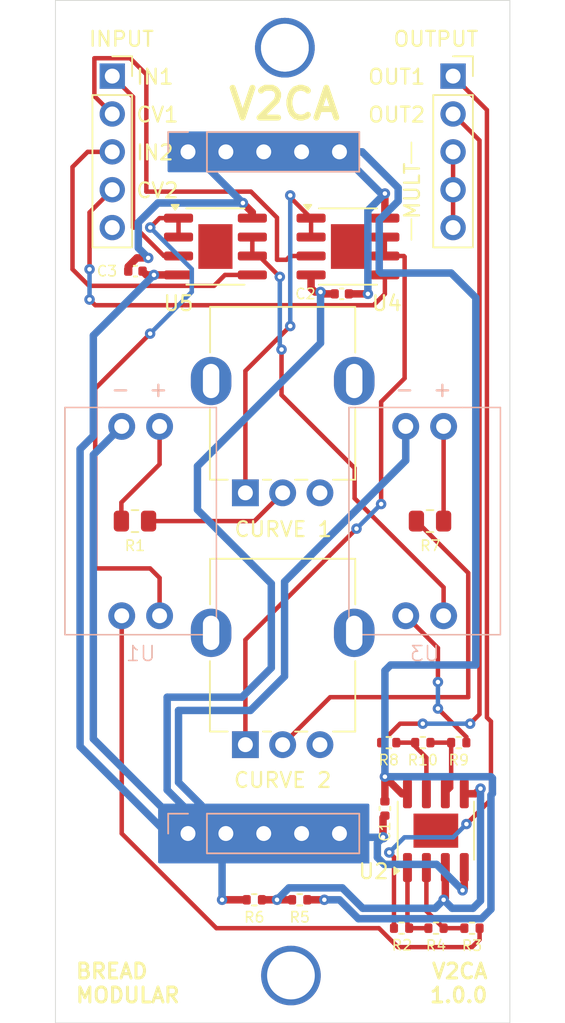
<source format=kicad_pcb>
(kicad_pcb (version 20240108) (generator "pcbnew") (generator_version "8.0")
  (layers (0 "F.Cu" signal) (31 "B.Cu" signal) (34 "B.Paste" user) (35 "F.Paste" user) (36 "B.SilkS" user "B.Silkscreen") (37 "F.SilkS" user "F.Silkscreen") (38 "B.Mask" user) (39 "F.Mask" user) (44 "Edge.Cuts" user))
  (net 0 "")
  (net 1 "GND")
  (net 2 "+5V")
  (net 3 "V2_IN")
  (net 4 "CV2_IN")
  (net 5 "V1_IN")
  (net 6 "CV1_IN")
  (net 8 "V2_OUT")
  (net 9 "Net-(OUTPUT1-Pin_3)")
  (net 10 "V1_OUT")
  (net 11 "Net-(R1-Pad1)")
  (net 12 "Net-(U1-+)")
  (net 13 "Net-(R2-Pad1)")
  (net 14 "Net-(R3-Pad1)")
  (net 15 "Net-(U2A--)")
  (net 16 "+2.5V")
  (net 17 "Net-(R7-Pad1)")
  (net 18 "Net-(U3-+)")
  (net 19 "Net-(R10-Pad2)")
  (net 20 "Net-(U2B--)")
  (net 21 "Net-(R9-Pad1)")
  (net 23 "Net-(U4A--)")
  (net 25 "Net-(U4B--)")
  (net 26 "Net-(U5A--)")
  (net 27 "Net-(U5B--)")
  (footprint "Capacitor_SMD:C_0402_1005Metric" (layer "F.Cu") (at 52.352 58.801)
    (property "Reference" "C3" (at -1.905 0 0) (layer "F.SilkS") (effects (font (size 0.7 0.7) (thickness 0.1))))
    (property "Value" "0.1uf")
    (fp_line (start -0.107836 -0.36) (end 0.107836 -0.36) (stroke (width 0.12)) (layer "F.SilkS"))
    (fp_line (start -0.107836 0.36) (end 0.107836 0.36) (stroke (width 0.12)) (layer "F.SilkS"))
    (pad "1" smd roundrect (at -0.48 0) (size 0.56 0.62) (layers "F.Cu" "F.Paste" "F.Mask") (net 2 "+5V"))
    (pad "2" smd roundrect (at 0.48 0) (size 0.56 0.62) (layers "F.Cu" "F.Paste" "F.Mask") (net 1 "GND"))
  )
  (footprint "Resistor_SMD:R_0402_1005Metric" (layer "F.Cu") (at 74.041 90.424 180)
    (property "Reference" "R9" (at 0 -1.17 0) (layer "F.SilkS") (effects (font (size 0.7 0.7) (thickness 0.1))))
    (property "Value" "10k")
    (fp_line (start -0.153641 0.38) (end 0.153641 0.38) (stroke (width 0.12)) (layer "F.SilkS"))
    (fp_line (start -0.153641 -0.38) (end 0.153641 -0.38) (stroke (width 0.12)) (layer "F.SilkS"))
    (pad "1" smd roundrect (at -0.51 0 180) (size 0.54 0.64) (layers "F.Cu" "F.Paste" "F.Mask") (net 21 "Net-(R9-Pad1)"))
    (pad "2" smd roundrect (at 0.51 0 180) (size 0.54 0.64) (layers "F.Cu" "F.Paste" "F.Mask") (net 20 "Net-(U2B--)"))
  )
  (footprint "BreadModular_Pots:Potentiometer_RV09" (layer "F.Cu") (at 59.73 73.67 90)
    (property "Reference" "RV1")
    (property "Value" "50k")
    (fp_line (start 0.88 -2.38) (end 5.6 -2.38) (stroke (width 0.12)) (layer "F.SilkS"))
    (fp_line (start 9.41 -2.37) (end 12.47 -2.37) (stroke (width 0.12)) (layer "F.SilkS"))
    (fp_line (start 0.88 -1.19) (end 0.88 -2.37) (stroke (width 0.12)) (layer "F.SilkS"))
    (fp_line (start 0.88 1.71) (end 0.88 1.18) (stroke (width 0.12)) (layer "F.SilkS"))
    (fp_line (start 0.88 4.16) (end 0.88 3.33) (stroke (width 0.12)) (layer "F.SilkS"))
    (fp_line (start 12.47 7.37) (end 12.47 -2.37) (stroke (width 0.12)) (layer "F.SilkS"))
    (fp_line (start 9.41 7.37) (end 12.47 7.37) (stroke (width 0.12)) (layer "F.SilkS"))
    (fp_line (start 0.88 7.37) (end 0.88 5.88) (stroke (width 0.12)) (layer "F.SilkS"))
    (fp_line (start 0.88 7.37) (end 5.6 7.37) (stroke (width 0.12)) (layer "F.SilkS"))
    (pad "" thru_hole oval (at 7.5 -2.3 180) (size 2.72 3.24) (drill oval 1.1 2.3) (layers "*.Cu" "*.Mask"))
    (pad "" thru_hole oval (at 7.5 7.3 180) (size 2.72 3.24) (drill oval 1.1 2.3) (layers "*.Cu" "*.Mask"))
    (pad "1" thru_hole rect (at 0 0 180) (size 1.8 1.8) (drill 1) (layers "*.Cu" "*.Mask") (net 23 "Net-(U4A--)"))
    (pad "2" thru_hole circle (at 0 2.5 180) (size 1.8 1.8) (drill 1) (layers "*.Cu" "*.Mask") (net 11 "Net-(R1-Pad1)"))
    (pad "3" thru_hole circle (at 0 5 180) (size 1.8 1.8) (drill 1) (layers "*.Cu" "*.Mask"))
  )
  (footprint "Resistor_SMD:R_0402_1005Metric" (layer "F.Cu") (at 71.63 90.424 180)
    (property "Reference" "R10" (at 0 -1.17 0) (layer "F.SilkS") (effects (font (size 0.7 0.7) (thickness 0.1))))
    (property "Value" "10k")
    (fp_line (start -0.153641 0.38) (end 0.153641 0.38) (stroke (width 0.12)) (layer "F.SilkS"))
    (fp_line (start -0.153641 -0.38) (end 0.153641 -0.38) (stroke (width 0.12)) (layer "F.SilkS"))
    (pad "1" smd roundrect (at -0.51 0 180) (size 0.54 0.64) (layers "F.Cu" "F.Paste" "F.Mask") (net 20 "Net-(U2B--)"))
    (pad "2" smd roundrect (at 0.51 0 180) (size 0.54 0.64) (layers "F.Cu" "F.Paste" "F.Mask") (net 19 "Net-(R10-Pad2)"))
  )
  (footprint "Package_SO:SOIC-8-1EP_3.9x4.9mm_P1.27mm_EP2.29x3mm" (layer "F.Cu") (at 57.72 57.15)
    (property "Reference" "U5" (at -2.475 3.81 0) (layer "F.SilkS"))
    (property "Value" "MCP6002-xSN")
    (fp_line (start 0 -2.56) (end -1.95 -2.56) (stroke (width 0.12)) (layer "F.SilkS"))
    (fp_line (start 0 -2.56) (end 1.95 -2.56) (stroke (width 0.12)) (layer "F.SilkS"))
    (fp_line (start 0 2.56) (end -1.95 2.56) (stroke (width 0.12)) (layer "F.SilkS"))
    (fp_line (start 0 2.56) (end 1.95 2.56) (stroke (width 0.12)) (layer "F.SilkS"))
    (fp_poly (pts (xy -2.7 -2.465) (xy -2.94 -2.795) (xy -2.46 -2.795) (xy -2.7 -2.465)) (stroke (width 0.12)) (fill solid) (layer "F.SilkS"))
    (pad "1" smd roundrect (at -2.475 -1.905) (size 1.95 0.6) (layers "F.Cu" "F.Paste" "F.Mask") (net 26 "Net-(U5A--)"))
    (pad "2" smd roundrect (at -2.475 -0.635) (size 1.95 0.6) (layers "F.Cu" "F.Paste" "F.Mask") (net 26 "Net-(U5A--)"))
    (pad "3" smd roundrect (at -2.475 0.635) (size 1.95 0.6) (layers "F.Cu" "F.Paste" "F.Mask") (net 5 "V1_IN"))
    (pad "4" smd roundrect (at -2.475 1.905) (size 1.95 0.6) (layers "F.Cu" "F.Paste" "F.Mask") (net 1 "GND"))
    (pad "5" smd roundrect (at 2.475 1.905) (size 1.95 0.6) (layers "F.Cu" "F.Paste" "F.Mask") (net 3 "V2_IN"))
    (pad "6" smd roundrect (at 2.475 0.635) (size 1.95 0.6) (layers "F.Cu" "F.Paste" "F.Mask") (net 27 "Net-(U5B--)"))
    (pad "7" smd roundrect (at 2.475 -0.635) (size 1.95 0.6) (layers "F.Cu" "F.Paste" "F.Mask") (net 27 "Net-(U5B--)"))
    (pad "8" smd roundrect (at 2.475 -1.905) (size 1.95 0.6) (layers "F.Cu" "F.Paste" "F.Mask") (net 2 "+5V"))
    (pad "9" smd rect (at 0 0) (size 2.29 3) (property pad_prop_heatsink) (layers "F.Cu" "F.Mask"))
  )
  (footprint "Connector_PinSocket_2.54mm:PinSocket_1x05_P2.54mm_Vertical" (layer "F.Cu") (at 73.66 45.72)
    (property "Reference" "OUTPUT1")
    (property "Value" "Conn_01x05_Socket")
    (fp_line (start -1.33 1.27) (end -1.33 11.49) (stroke (width 0.12)) (layer "F.SilkS"))
    (fp_line (start -1.33 1.27) (end 1.33 1.27) (stroke (width 0.12)) (layer "F.SilkS"))
    (fp_line (start -1.33 11.49) (end 1.33 11.49) (stroke (width 0.12)) (layer "F.SilkS"))
    (fp_line (start 0 -1.33) (end 1.33 -1.33) (stroke (width 0.12)) (layer "F.SilkS"))
    (fp_line (start 1.33 -1.33) (end 1.33 0) (stroke (width 0.12)) (layer "F.SilkS"))
    (fp_line (start 1.33 1.27) (end 1.33 11.49) (stroke (width 0.12)) (layer "F.SilkS"))
    (pad "1" thru_hole rect (at 0 0) (size 1.7 1.7) (drill 1) (layers "*.Cu" "*.Mask") (net 10 "V1_OUT"))
    (pad "2" thru_hole oval (at 0 2.54) (size 1.7 1.7) (drill 1) (layers "*.Cu" "*.Mask") (net 8 "V2_OUT"))
    (pad "3" thru_hole oval (at 0 5.08) (size 1.7 1.7) (drill 1) (layers "*.Cu" "*.Mask") (net 9 "Net-(OUTPUT1-Pin_3)"))
    (pad "4" thru_hole oval (at 0 7.62) (size 1.7 1.7) (drill 1) (layers "*.Cu" "*.Mask") (net 9 "Net-(OUTPUT1-Pin_3)"))
    (pad "5" thru_hole oval (at 0 10.16) (size 1.7 1.7) (drill 1) (layers "*.Cu" "*.Mask") (net 9 "Net-(OUTPUT1-Pin_3)"))
  )
  (footprint "Resistor_SMD:R_0402_1005Metric" (layer "F.Cu") (at 60.327 100.965 180)
    (property "Reference" "R6" (at 0 -1.17 0) (layer "F.SilkS") (effects (font (size 0.7 0.7) (thickness 0.1))))
    (property "Value" "1k")
    (fp_line (start -0.153641 0.38) (end 0.153641 0.38) (stroke (width 0.12)) (layer "F.SilkS"))
    (fp_line (start -0.153641 -0.38) (end 0.153641 -0.38) (stroke (width 0.12)) (layer "F.SilkS"))
    (pad "1" smd roundrect (at -0.51 0 180) (size 0.54 0.64) (layers "F.Cu" "F.Paste" "F.Mask") (net 16 "+2.5V"))
    (pad "2" smd roundrect (at 0.51 0 180) (size 0.54 0.64) (layers "F.Cu" "F.Paste" "F.Mask") (net 1 "GND"))
  )
  (footprint "Connector_PinSocket_2.54mm:PinSocket_1x05_P2.54mm_Vertical" (layer "F.Cu") (at 50.8 45.72)
    (property "Reference" "INPUT1")
    (property "Value" "Conn_01x05_Socket")
    (fp_line (start -1.33 1.27) (end -1.33 11.49) (stroke (width 0.12)) (layer "F.SilkS"))
    (fp_line (start -1.33 1.27) (end 1.33 1.27) (stroke (width 0.12)) (layer "F.SilkS"))
    (fp_line (start -1.33 11.49) (end 1.33 11.49) (stroke (width 0.12)) (layer "F.SilkS"))
    (fp_line (start 0 -1.33) (end 1.33 -1.33) (stroke (width 0.12)) (layer "F.SilkS"))
    (fp_line (start 1.33 -1.33) (end 1.33 0) (stroke (width 0.12)) (layer "F.SilkS"))
    (fp_line (start 1.33 1.27) (end 1.33 11.49) (stroke (width 0.12)) (layer "F.SilkS"))
    (pad "1" thru_hole rect (at 0 0) (size 1.7 1.7) (drill 1) (layers "*.Cu" "*.Mask") (net 5 "V1_IN"))
    (pad "2" thru_hole oval (at 0 2.54) (size 1.7 1.7) (drill 1) (layers "*.Cu" "*.Mask") (net 6 "CV1_IN"))
    (pad "3" thru_hole oval (at 0 5.08) (size 1.7 1.7) (drill 1) (layers "*.Cu" "*.Mask") (net 3 "V2_IN"))
    (pad "4" thru_hole oval (at 0 7.62) (size 1.7 1.7) (drill 1) (layers "*.Cu" "*.Mask") (net 4 "CV2_IN"))
    (pad "5" thru_hole oval (at 0 10.16) (size 1.7 1.7) (drill 1) (layers "*.Cu" "*.Mask"))
  )
  (footprint "Resistor_SMD:R_0402_1005Metric" (layer "F.Cu") (at 69.342 90.424 180)
    (property "Reference" "R8" (at 0 -1.17 0) (layer "F.SilkS") (effects (font (size 0.7 0.7) (thickness 0.1))))
    (property "Value" "1k")
    (fp_line (start -0.153641 0.38) (end 0.153641 0.38) (stroke (width 0.12)) (layer "F.SilkS"))
    (fp_line (start -0.153641 -0.38) (end 0.153641 -0.38) (stroke (width 0.12)) (layer "F.SilkS"))
    (pad "1" smd roundrect (at -0.51 0 180) (size 0.54 0.64) (layers "F.Cu" "F.Paste" "F.Mask") (net 19 "Net-(R10-Pad2)"))
    (pad "2" smd roundrect (at 0.51 0 180) (size 0.54 0.64) (layers "F.Cu" "F.Paste" "F.Mask") (net 8 "V2_OUT"))
  )
  (footprint "Capacitor_SMD:C_0402_1005Metric" (layer "F.Cu") (at 66.195 60.325 180)
    (property "Reference" "C2" (at 2.441 0 0) (layer "F.SilkS") (effects (font (size 0.7 0.7) (thickness 0.1))))
    (property "Value" "0.1uf")
    (fp_line (start -0.107836 0.36) (end 0.107836 0.36) (stroke (width 0.12)) (layer "F.SilkS"))
    (fp_line (start -0.107836 -0.36) (end 0.107836 -0.36) (stroke (width 0.12)) (layer "F.SilkS"))
    (pad "1" smd roundrect (at -0.48 0 180) (size 0.56 0.62) (layers "F.Cu" "F.Paste" "F.Mask") (net 2 "+5V"))
    (pad "2" smd roundrect (at 0.48 0 180) (size 0.56 0.62) (layers "F.Cu" "F.Paste" "F.Mask") (net 1 "GND"))
  )
  (footprint "Capacitor_SMD:C_0402_1005Metric" (layer "F.Cu") (at 69.088 94.841 -90)
    (property "Reference" "C1" (at 1.552 0 90) (layer "F.SilkS") (effects (font (size 0.7 0.7) (thickness 0.1))))
    (property "Value" "0.1uf")
    (fp_line (start -0.107836 0.36) (end 0.107836 0.36) (stroke (width 0.12)) (layer "F.SilkS"))
    (fp_line (start -0.107836 -0.36) (end 0.107836 -0.36) (stroke (width 0.12)) (layer "F.SilkS"))
    (pad "1" smd roundrect (at -0.48 0 270) (size 0.56 0.62) (layers "F.Cu" "F.Paste" "F.Mask") (net 2 "+5V"))
    (pad "2" smd roundrect (at 0.48 0 270) (size 0.56 0.62) (layers "F.Cu" "F.Paste" "F.Mask") (net 1 "GND"))
  )
  (footprint "Resistor_SMD:R_0402_1005Metric" (layer "F.Cu") (at 74.928 102.87 180)
    (property "Reference" "R3" (at 0 -1.17 0) (layer "F.SilkS") (effects (font (size 0.7 0.7) (thickness 0.1))))
    (property "Value" "10k")
    (fp_line (start -0.153641 0.38) (end 0.153641 0.38) (stroke (width 0.12)) (layer "F.SilkS"))
    (fp_line (start -0.153641 -0.38) (end 0.153641 -0.38) (stroke (width 0.12)) (layer "F.SilkS"))
    (pad "1" smd roundrect (at -0.51 0 180) (size 0.54 0.64) (layers "F.Cu" "F.Paste" "F.Mask") (net 14 "Net-(R3-Pad1)"))
    (pad "2" smd roundrect (at 0.51 0 180) (size 0.54 0.64) (layers "F.Cu" "F.Paste" "F.Mask") (net 15 "Net-(U2A--)"))
  )
  (footprint "Resistor_SMD:R_0402_1005Metric" (layer "F.Cu") (at 63.373 100.965 180)
    (property "Reference" "R5" (at 0 -1.17 0) (layer "F.SilkS") (effects (font (size 0.7 0.7) (thickness 0.1))))
    (property "Value" "1k")
    (fp_line (start -0.153641 0.38) (end 0.153641 0.38) (stroke (width 0.12)) (layer "F.SilkS"))
    (fp_line (start -0.153641 -0.38) (end 0.153641 -0.38) (stroke (width 0.12)) (layer "F.SilkS"))
    (pad "1" smd roundrect (at -0.51 0 180) (size 0.54 0.64) (layers "F.Cu" "F.Paste" "F.Mask") (net 2 "+5V"))
    (pad "2" smd roundrect (at 0.51 0 180) (size 0.54 0.64) (layers "F.Cu" "F.Paste" "F.Mask") (net 16 "+2.5V"))
  )
  (footprint "Package_SO:SOIC-8-1EP_3.9x4.9mm_P1.27mm_EP2.29x3mm" (layer "F.Cu") (at 72.505 96.328 90)
    (property "Reference" "U2" (at -2.732 -4.179 180) (layer "F.SilkS"))
    (property "Value" "MCP6002-xSN")
    (fp_line (start 0 -2.56) (end 1.95 -2.56) (stroke (width 0.12)) (layer "F.SilkS"))
    (fp_line (start 0 -2.56) (end -1.95 -2.56) (stroke (width 0.12)) (layer "F.SilkS"))
    (fp_line (start 0 2.56) (end 1.95 2.56) (stroke (width 0.12)) (layer "F.SilkS"))
    (fp_line (start 0 2.56) (end -1.95 2.56) (stroke (width 0.12)) (layer "F.SilkS"))
    (fp_poly (pts (xy -2.7 -2.465) (xy -2.94 -2.795) (xy -2.46 -2.795) (xy -2.7 -2.465)) (stroke (width 0.12)) (fill solid) (layer "F.SilkS"))
    (pad "1" smd roundrect (at -2.475 -1.905 90) (size 1.95 0.6) (layers "F.Cu" "F.Paste" "F.Mask") (net 13 "Net-(R2-Pad1)"))
    (pad "2" smd roundrect (at -2.475 -0.635 90) (size 1.95 0.6) (layers "F.Cu" "F.Paste" "F.Mask") (net 15 "Net-(U2A--)"))
    (pad "3" smd roundrect (at -2.475 0.635 90) (size 1.95 0.6) (layers "F.Cu" "F.Paste" "F.Mask") (net 16 "+2.5V"))
    (pad "4" smd roundrect (at -2.475 1.905 90) (size 1.95 0.6) (layers "F.Cu" "F.Paste" "F.Mask") (net 1 "GND"))
    (pad "5" smd roundrect (at 2.475 1.905 90) (size 1.95 0.6) (layers "F.Cu" "F.Paste" "F.Mask") (net 16 "+2.5V"))
    (pad "6" smd roundrect (at 2.475 0.635 90) (size 1.95 0.6) (layers "F.Cu" "F.Paste" "F.Mask") (net 20 "Net-(U2B--)"))
    (pad "7" smd roundrect (at 2.475 -0.635 90) (size 1.95 0.6) (layers "F.Cu" "F.Paste" "F.Mask") (net 19 "Net-(R10-Pad2)"))
    (pad "8" smd roundrect (at 2.475 -1.905 90) (size 1.95 0.6) (layers "F.Cu" "F.Paste" "F.Mask") (net 2 "+5V"))
    (pad "9" smd rect (at 0 0 90) (size 2.29 3) (property pad_prop_heatsink) (layers "F.Cu" "F.Mask"))
  )
  (footprint "BreadModular_Pots:Potentiometer_RV09" (layer "F.Cu") (at 59.73 90.561 90)
    (property "Reference" "RV2")
    (property "Value" "50k")
    (fp_line (start 0.88 -2.38) (end 5.6 -2.38) (stroke (width 0.12)) (layer "F.SilkS"))
    (fp_line (start 9.41 -2.37) (end 12.47 -2.37) (stroke (width 0.12)) (layer "F.SilkS"))
    (fp_line (start 0.88 -1.19) (end 0.88 -2.37) (stroke (width 0.12)) (layer "F.SilkS"))
    (fp_line (start 0.88 1.71) (end 0.88 1.18) (stroke (width 0.12)) (layer "F.SilkS"))
    (fp_line (start 0.88 4.16) (end 0.88 3.33) (stroke (width 0.12)) (layer "F.SilkS"))
    (fp_line (start 12.47 7.37) (end 12.47 -2.37) (stroke (width 0.12)) (layer "F.SilkS"))
    (fp_line (start 9.41 7.37) (end 12.47 7.37) (stroke (width 0.12)) (layer "F.SilkS"))
    (fp_line (start 0.88 7.37) (end 0.88 5.88) (stroke (width 0.12)) (layer "F.SilkS"))
    (fp_line (start 0.88 7.37) (end 5.6 7.37) (stroke (width 0.12)) (layer "F.SilkS"))
    (pad "" thru_hole oval (at 7.5 -2.3 180) (size 2.72 3.24) (drill oval 1.1 2.3) (layers "*.Cu" "*.Mask"))
    (pad "" thru_hole oval (at 7.5 7.3 180) (size 2.72 3.24) (drill oval 1.1 2.3) (layers "*.Cu" "*.Mask"))
    (pad "1" thru_hole rect (at 0 0 180) (size 1.8 1.8) (drill 1) (layers "*.Cu" "*.Mask") (net 25 "Net-(U4B--)"))
    (pad "2" thru_hole circle (at 0 2.5 180) (size 1.8 1.8) (drill 1) (layers "*.Cu" "*.Mask") (net 17 "Net-(R7-Pad1)"))
    (pad "3" thru_hole circle (at 0 5 180) (size 1.8 1.8) (drill 1) (layers "*.Cu" "*.Mask"))
  )
  (footprint "Resistor_SMD:R_0402_1005Metric" (layer "F.Cu") (at 70.205 102.867 180)
    (property "Reference" "R2" (at -0.026 -1.146 0) (layer "F.SilkS") (effects (font (size 0.7 0.7) (thickness 0.1))))
    (property "Value" "1k")
    (fp_line (start -0.153641 0.38) (end 0.153641 0.38) (stroke (width 0.12)) (layer "F.SilkS"))
    (fp_line (start -0.153641 -0.38) (end 0.153641 -0.38) (stroke (width 0.12)) (layer "F.SilkS"))
    (pad "1" smd roundrect (at -0.51 0 180) (size 0.54 0.64) (layers "F.Cu" "F.Paste" "F.Mask") (net 13 "Net-(R2-Pad1)"))
    (pad "2" smd roundrect (at 0.51 0 180) (size 0.54 0.64) (layers "F.Cu" "F.Paste" "F.Mask") (net 10 "V1_OUT"))
  )
  (footprint "Resistor_SMD:R_0805_2012Metric" (layer "F.Cu") (at 72.1125 75.565)
    (property "Reference" "R7" (at 0.0235 1.651 0) (layer "F.SilkS") (effects (font (size 0.7 0.7) (thickness 0.1))))
    (property "Value" "330")
    (fp_line (start -0.227064 -0.735) (end 0.227064 -0.735) (stroke (width 0.12)) (layer "F.SilkS"))
    (fp_line (start -0.227064 0.735) (end 0.227064 0.735) (stroke (width 0.12)) (layer "F.SilkS"))
    (pad "1" smd roundrect (at -0.9125 0) (size 1.025 1.4) (layers "F.Cu" "F.Paste" "F.Mask") (roundrect_rratio 0.243902) (net 17 "Net-(R7-Pad1)"))
    (pad "2" smd roundrect (at 0.9125 0) (size 1.025 1.4) (layers "F.Cu" "F.Paste" "F.Mask") (roundrect_rratio 0.243902) (net 18 "Net-(U3-+)"))
  )
  (footprint "Resistor_SMD:R_0805_2012Metric" (layer "F.Cu") (at 52.324 75.565 180)
    (property "Reference" "R1" (at 0 -1.65 0) (layer "F.SilkS") (effects (font (size 0.7 0.7) (thickness 0.1))))
    (property "Value" "330")
    (fp_line (start -0.227064 0.735) (end 0.227064 0.735) (stroke (width 0.12)) (layer "F.SilkS"))
    (fp_line (start -0.227064 -0.735) (end 0.227064 -0.735) (stroke (width 0.12)) (layer "F.SilkS"))
    (pad "1" smd roundrect (at -0.9125 0 180) (size 1.025 1.4) (layers "F.Cu" "F.Paste" "F.Mask") (roundrect_rratio 0.243902) (net 11 "Net-(R1-Pad1)"))
    (pad "2" smd roundrect (at 0.9125 0 180) (size 1.025 1.4) (layers "F.Cu" "F.Paste" "F.Mask") (roundrect_rratio 0.243902) (net 12 "Net-(U1-+)"))
  )
  (footprint "Package_SO:SOIC-8-1EP_3.9x4.9mm_P1.27mm_EP2.29x3mm" (layer "F.Cu") (at 66.61 57.15)
    (property "Reference" "U4" (at 2.605 3.81 0) (layer "F.SilkS"))
    (property "Value" "MCP6002-xSN")
    (fp_line (start 0 -2.56) (end -1.95 -2.56) (stroke (width 0.12)) (layer "F.SilkS"))
    (fp_line (start 0 -2.56) (end 1.95 -2.56) (stroke (width 0.12)) (layer "F.SilkS"))
    (fp_line (start 0 2.56) (end -1.95 2.56) (stroke (width 0.12)) (layer "F.SilkS"))
    (fp_line (start 0 2.56) (end 1.95 2.56) (stroke (width 0.12)) (layer "F.SilkS"))
    (fp_poly (pts (xy -2.7 -2.465) (xy -2.94 -2.795) (xy -2.46 -2.795) (xy -2.7 -2.465)) (stroke (width 0.12)) (fill solid) (layer "F.SilkS"))
    (pad "1" smd roundrect (at -2.475 -1.905) (size 1.95 0.6) (layers "F.Cu" "F.Paste" "F.Mask") (net 23 "Net-(U4A--)"))
    (pad "2" smd roundrect (at -2.475 -0.635) (size 1.95 0.6) (layers "F.Cu" "F.Paste" "F.Mask") (net 23 "Net-(U4A--)"))
    (pad "3" smd roundrect (at -2.475 0.635) (size 1.95 0.6) (layers "F.Cu" "F.Paste" "F.Mask") (net 6 "CV1_IN"))
    (pad "4" smd roundrect (at -2.475 1.905) (size 1.95 0.6) (layers "F.Cu" "F.Paste" "F.Mask") (net 1 "GND"))
    (pad "5" smd roundrect (at 2.475 1.905) (size 1.95 0.6) (layers "F.Cu" "F.Paste" "F.Mask") (net 4 "CV2_IN"))
    (pad "6" smd roundrect (at 2.475 0.635) (size 1.95 0.6) (layers "F.Cu" "F.Paste" "F.Mask") (net 25 "Net-(U4B--)"))
    (pad "7" smd roundrect (at 2.475 -0.635) (size 1.95 0.6) (layers "F.Cu" "F.Paste" "F.Mask") (net 25 "Net-(U4B--)"))
    (pad "8" smd roundrect (at 2.475 -1.905) (size 1.95 0.6) (layers "F.Cu" "F.Paste" "F.Mask") (net 2 "+5V"))
    (pad "9" smd rect (at 0 0) (size 2.29 3) (property pad_prop_heatsink) (layers "F.Cu" "F.Mask"))
  )
  (footprint "Resistor_SMD:R_0402_1005Metric" (layer "F.Cu") (at 72.515 102.87 180)
    (property "Reference" "R4" (at 0 -1.17 0) (layer "F.SilkS") (effects (font (size 0.7 0.7) (thickness 0.1))))
    (property "Value" "10k")
    (fp_line (start -0.153641 0.38) (end 0.153641 0.38) (stroke (width 0.12)) (layer "F.SilkS"))
    (fp_line (start -0.153641 -0.38) (end 0.153641 -0.38) (stroke (width 0.12)) (layer "F.SilkS"))
    (pad "1" smd roundrect (at -0.51 0 180) (size 0.54 0.64) (layers "F.Cu" "F.Paste" "F.Mask") (net 15 "Net-(U2A--)"))
    (pad "2" smd roundrect (at 0.51 0 180) (size 0.54 0.64) (layers "F.Cu" "F.Paste" "F.Mask") (net 13 "Net-(R2-Pad1)"))
  )
  (footprint "BreadModular_MISC:VTL5C" (layer "B.Cu") (at 71.755 75.565 180)
    (property "Reference" "U3" (at 0 -8.89 0) (layer "B.SilkS") (effects (font (thickness 0.1)) (justify mirror)))
    (property "Value" "VTL5C")
    (fp_line (start 5.08 7.62) (end 2.54 7.62) (stroke (width 0.1)) (layer "B.SilkS"))
    (fp_line (start 5.08 -7.62) (end 5.08 7.62) (stroke (width 0.1)) (layer "B.SilkS"))
    (fp_line (start 2.54 7.62) (end -2.54 7.62) (stroke (width 0.1)) (layer "B.SilkS"))
    (fp_line (start -2.54 7.62) (end -5.08 7.62) (stroke (width 0.1)) (layer "B.SilkS"))
    (fp_line (start -5.08 7.62) (end -5.08 -7.62) (stroke (width 0.1)) (layer "B.SilkS"))
    (fp_line (start -5.08 -7.62) (end 5.08 -7.62) (stroke (width 0.1)) (layer "B.SilkS"))
    (fp_text user "-" (at 0.635 8.255 0) (layer "B.SilkS") (effects (justify left bottom mirror)))
    (fp_text user "+" (at -1.905 8.255 0) (layer "B.SilkS") (effects (justify left bottom mirror)))
    (pad "1" thru_hole circle (at 1.27 6.35 180) (size 1.8 1.8) (drill 1) (layers "*.Cu" "*.Mask") (net 1 "GND"))
    (pad "2" thru_hole circle (at -1.27 6.35 90) (size 1.8 1.8) (drill 1) (layers "*.Cu" "*.Mask") (net 18 "Net-(U3-+)"))
    (pad "3" thru_hole circle (at 1.27 -6.35 180) (size 1.8 1.8) (drill 1) (layers "*.Cu" "*.Mask") (net 21 "Net-(R9-Pad1)"))
    (pad "4" thru_hole circle (at -1.27 -6.35 180) (size 1.8 1.8) (drill 1) (layers "*.Cu" "*.Mask") (net 27 "Net-(U5B--)"))
  )
  (footprint "Connector_PinHeader_2.54mm:PinHeader_1x05_P2.54mm_Vertical" (layer "B.Cu") (at 55.88 96.52 -90)
    (property "Reference" "GND1" (hide yes))
    (property "Value" "Conn_01x05_Pin")
    (fp_line (start -1.33 1.33) (end -1.33 0) (stroke (width 0.12)) (layer "B.SilkS"))
    (fp_line (start 0 1.33) (end -1.33 1.33) (stroke (width 0.12)) (layer "B.SilkS"))
    (fp_line (start 1.33 -1.27) (end -1.33 -1.27) (stroke (width 0.12)) (layer "B.SilkS"))
    (fp_line (start -1.33 -11.49) (end -1.33 -1.27) (stroke (width 0.12)) (layer "B.SilkS"))
    (fp_line (start 1.33 -11.49) (end 1.33 -1.27) (stroke (width 0.12)) (layer "B.SilkS"))
    (fp_line (start 1.33 -11.49) (end -1.33 -11.49) (stroke (width 0.12)) (layer "B.SilkS"))
    (pad "1" thru_hole rect (at 0 0 270) (size 1.7 1.7) (drill 1) (layers "*.Cu" "*.Mask") (net 1 "GND"))
    (pad "2" thru_hole oval (at 0 -2.54 270) (size 1.7 1.7) (drill 1) (layers "*.Cu" "*.Mask") (net 1 "GND"))
    (pad "3" thru_hole oval (at 0 -5.08 270) (size 1.7 1.7) (drill 1) (layers "*.Cu" "*.Mask") (net 1 "GND"))
    (pad "4" thru_hole oval (at 0 -7.62 270) (size 1.7 1.7) (drill 1) (layers "*.Cu" "*.Mask") (net 1 "GND"))
    (pad "5" thru_hole oval (at 0 -10.16 270) (size 1.7 1.7) (drill 1) (layers "*.Cu" "*.Mask") (net 1 "GND"))
  )
  (footprint "Connector_PinHeader_2.54mm:PinHeader_1x05_P2.54mm_Vertical" (layer "B.Cu") (at 55.88 50.8 -90)
    (property "Reference" "5V1" (hide yes))
    (property "Value" "Conn_01x05_Pin")
    (fp_line (start -1.33 1.33) (end -1.33 0) (stroke (width 0.12)) (layer "B.SilkS"))
    (fp_line (start 0 1.33) (end -1.33 1.33) (stroke (width 0.12)) (layer "B.SilkS"))
    (fp_line (start 1.33 -1.27) (end -1.33 -1.27) (stroke (width 0.12)) (layer "B.SilkS"))
    (fp_line (start -1.33 -11.49) (end -1.33 -1.27) (stroke (width 0.12)) (layer "B.SilkS"))
    (fp_line (start 1.33 -11.49) (end 1.33 -1.27) (stroke (width 0.12)) (layer "B.SilkS"))
    (fp_line (start 1.33 -11.49) (end -1.33 -11.49) (stroke (width 0.12)) (layer "B.SilkS"))
    (pad "1" thru_hole rect (at 0 0 270) (size 1.7 1.7) (drill 1) (layers "*.Cu" "*.Mask") (net 2 "+5V"))
    (pad "2" thru_hole oval (at 0 -2.54 270) (size 1.7 1.7) (drill 1) (layers "*.Cu" "*.Mask") (net 2 "+5V"))
    (pad "3" thru_hole oval (at 0 -5.08 270) (size 1.7 1.7) (drill 1) (layers "*.Cu" "*.Mask") (net 2 "+5V"))
    (pad "4" thru_hole oval (at 0 -7.62 270) (size 1.7 1.7) (drill 1) (layers "*.Cu" "*.Mask") (net 2 "+5V"))
    (pad "5" thru_hole oval (at 0 -10.16 270) (size 1.7 1.7) (drill 1) (layers "*.Cu" "*.Mask") (net 2 "+5V"))
  )
  (footprint "BreadModular_MISC:VTL5C" (layer "B.Cu") (at 52.705 75.565 180)
    (property "Reference" "U1" (at 0 -8.89 0) (layer "B.SilkS") (effects (font (thickness 0.1)) (justify mirror)))
    (property "Value" "VTL5C")
    (fp_line (start 5.08 7.62) (end 2.54 7.62) (stroke (width 0.1)) (layer "B.SilkS"))
    (fp_line (start 5.08 -7.62) (end 5.08 7.62) (stroke (width 0.1)) (layer "B.SilkS"))
    (fp_line (start 2.54 7.62) (end -2.54 7.62) (stroke (width 0.1)) (layer "B.SilkS"))
    (fp_line (start -2.54 7.62) (end -5.08 7.62) (stroke (width 0.1)) (layer "B.SilkS"))
    (fp_line (start -5.08 7.62) (end -5.08 -7.62) (stroke (width 0.1)) (layer "B.SilkS"))
    (fp_line (start -5.08 -7.62) (end 5.08 -7.62) (stroke (width 0.1)) (layer "B.SilkS"))
    (fp_text user "-" (at 0.635 8.255 0) (layer "B.SilkS") (effects (justify left bottom mirror)))
    (fp_text user "+" (at -1.905 8.255 0) (layer "B.SilkS") (effects (justify left bottom mirror)))
    (pad "1" thru_hole circle (at 1.27 6.35 180) (size 1.8 1.8) (drill 1) (layers "*.Cu" "*.Mask") (net 1 "GND"))
    (pad "2" thru_hole circle (at -1.27 6.35 90) (size 1.8 1.8) (drill 1) (layers "*.Cu" "*.Mask") (net 12 "Net-(U1-+)"))
    (pad "3" thru_hole circle (at 1.27 -6.35 180) (size 1.8 1.8) (drill 1) (layers "*.Cu" "*.Mask") (net 14 "Net-(R3-Pad1)"))
    (pad "4" thru_hole circle (at -1.27 -6.35 180) (size 1.8 1.8) (drill 1) (layers "*.Cu" "*.Mask") (net 26 "Net-(U5A--)"))
  )
  (gr_poly (pts (xy 67.945 94.615) (xy 67.945 98.425) (xy 53.975 98.425) (xy 53.975 94.615)) (stroke (width 0.2)) (fill solid) (layer "B.Cu") (net 1))
  (gr_poly (pts (xy 54.61 49.53) (xy 67.31 49.53) (xy 67.31 52.07) (xy 54.61 52.07)) (stroke (width 0.2)) (fill solid) (layer "B.Cu") (net 2))
  (gr_line (start 70.866 55.3085) (end 70.866 56.7055) (stroke (width 0.1)) (layer "F.SilkS"))
  (gr_line (start 70.866 50.165) (end 70.866 51.562) (stroke (width 0.1)) (layer "F.SilkS"))
  (gr_line (start 46.99 109.22) (end 77.47 109.22) (stroke (width 0.05)) (layer "Edge.Cuts"))
  (gr_line (start 77.47 40.64) (end 46.99 40.64) (stroke (width 0.05)) (layer "Edge.Cuts"))
  (gr_line (start 46.99 40.64) (end 46.99 109.22) (stroke (width 0.05)) (layer "Edge.Cuts"))
  (gr_line (start 77.47 109.22) (end 77.47 40.64) (stroke (width 0.05)) (layer "Edge.Cuts"))
  (gr_text "CURVE 1" (at 62.267835 76.70006 0) (layer "F.SilkS") (effects (font (size 1 1)) (justify bottom)))
  (gr_text "INPUT" (at 49.149 43.815 0) (layer "F.SilkS") (effects (font (size 1 1)) (justify left bottom)))
  (gr_text "CURVE 2" (at 62.23126 93.524987 0) (layer "F.SilkS") (effects (font (size 1 1)) (justify bottom)))
  (gr_text "CV2" (at 52.324 53.975 0) (layer "F.SilkS") (effects (font (size 1 1)) (justify left bottom)))
  (gr_text "OUT1" (at 71.882 46.355 0) (layer "F.SilkS") (effects (font (size 1 1)) (justify right bottom)))
  (gr_text "OUTPUT" (at 75.438 43.815 0) (layer "F.SilkS") (effects (font (size 1 1)) (justify right bottom)))
  (gr_text "IN2" (at 52.324 51.435 0) (layer "F.SilkS") (effects (font (size 1 1)) (justify left bottom)))
  (gr_text "MULT" (at 71.501 51.435 90) (layer "F.SilkS") (effects (font (size 1 1)) (justify right bottom)))
  (gr_text "CV1" (at 52.324 48.895 0) (layer "F.SilkS") (effects (font (size 1 1)) (justify left bottom)))
  (gr_text "V2CA\n1.0.0" (at 76.073 107.95 0) (layer "F.SilkS") (effects (font (size 1 1) (thickness 0.2) (bold yes)) (justify right bottom)))
  (gr_text "V2CA" (at 58.42 48.768 0) (layer "F.SilkS") (effects (font (size 2 2) (thickness 0.4) (bold yes)) (justify left bottom)))
  (gr_text "OUT2" (at 71.882 48.895 0) (layer "F.SilkS") (effects (font (size 1 1)) (justify right bottom)))
  (gr_text "IN1" (at 52.324 46.355 0) (layer "F.SilkS") (effects (font (size 1 1)) (justify left bottom)))
  (gr_text "BREAD\nMODULAR" (at 48.26 107.95 0) (layer "F.SilkS") (effects (font (size 1 1) (thickness 0.2) (bold yes)) (justify left bottom)))
  (via (at 62.37758 43.815) (size 4) (drill 3.2) (layers "F.Cu" "B.Cu") (net 0))
  (via (at 62.37758 43.815) (size 4) (drill 3.2) (layers "F.Cu" "B.Cu") (net 0))
  (via (at 62.784908 106.045) (size 4) (drill 3.2) (layers "F.Cu" "B.Cu") (net 0))
  (via (at 62.37758 43.815) (size 4) (drill 3.2) (layers "F.Cu" "B.Cu") (net 0))
  (via (at 62.37758 43.815) (size 4) (drill 3.2) (layers "F.Cu" "B.Cu") (net 0))
  (segment (start 55.245 59.055) (end 53.594 59.055) (width 0.5) (layer "F.Cu") (net 1))
  (segment (start 68.961 95.448) (end 69.088 95.321) (width 0.5) (layer "F.Cu") (net 1))
  (segment (start 53.594 59.055) (end 53.086 59.055) (width 0.5) (layer "F.Cu") (net 1))
  (segment (start 55.88 96.52) (end 66.04 96.52) (width 0.5) (layer "F.Cu") (net 1))
  (segment (start 53.086 59.055) (end 52.832 58.801) (width 0.5) (layer "F.Cu") (net 1))
  (segment (start 64.897 60.198) (end 65.024 60.325) (width 0.5) (layer "F.Cu") (net 1))
  (segment (start 68.961 96.774) (end 68.961 95.448) (width 0.5) (layer "F.Cu") (net 1))
  (segment (start 64.77 60.198) (end 64.897 60.198) (width 0.5) (layer "F.Cu") (net 1))
  (segment (start 64.135 59.944) (end 64.389 60.198) (width 0.5) (layer "F.Cu") (net 1))
  (segment (start 64.389 60.198) (end 64.77 60.198) (width 0.5) (layer "F.Cu") (net 1))
  (segment (start 64.135 59.055) (end 64.135 59.944) (width 0.5) (layer "F.Cu") (net 1))
  (segment (start 59.817 100.965) (end 58.166 100.965) (width 0.5) (layer "F.Cu") (net 1))
  (segment (start 65.024 60.325) (end 65.715 60.325) (width 0.5) (layer "F.Cu") (net 1))
  (segment (start 74.295 100.33) (end 74.41 100.215) (width 0.5) (layer "F.Cu") (net 1))
  (segment (start 74.41 100.215) (end 74.41 98.803) (width 0.5) (layer "F.Cu") (net 1))
  (via (at 68.961 96.774) (size 0.7) (drill 0.3) (layers "F.Cu" "B.Cu") (net 1))
  (via (at 64.77 60.198) (size 0.7) (drill 0.3) (layers "F.Cu" "B.Cu") (net 1))
  (via (at 74.295 100.33) (size 0.7) (drill 0.3) (layers "F.Cu" "B.Cu") (net 1))
  (via (at 53.594 59.055) (size 0.7) (drill 0.3) (layers "F.Cu" "B.Cu") (net 1))
  (via (at 58.166 100.965) (size 0.7) (drill 0.3) (layers "F.Cu" "B.Cu") (net 1))
  (segment (start 74.295 100.33) (end 72.555 98.59) (width 0.5) (layer "B.Cu") (net 1))
  (segment (start 56.515 74.803) (end 61.468 79.756) (width 0.5) (layer "B.Cu") (net 1))
  (segment (start 48.641 70.739) (end 48.641 90.678) (width 0.5) (layer "B.Cu") (net 1))
  (segment (start 55.245 93.091) (end 56.769 94.615) (width 0.5) (layer "B.Cu") (net 1))
  (segment (start 54.483 93.599) (end 55.88 94.996) (width 0.5) (layer "B.Cu") (net 1))
  (segment (start 54.483 87.376) (end 54.483 93.599) (width 0.5) (layer "B.Cu") (net 1))
  (segment (start 56.769 95.631) (end 55.88 96.52) (width 0.5) (layer "B.Cu") (net 1))
  (segment (start 68.58 98.121371) (end 68.58 97.155) (width 0.5) (layer "B.Cu") (net 1))
  (segment (start 59.4995 87.376) (end 54.483 87.376) (width 0.5) (layer "B.Cu") (net 1))
  (segment (start 64.77 63.627) (end 56.515 71.882) (width 0.5) (layer "B.Cu") (net 1))
  (segment (start 48.641 90.678) (end 54.483 96.52) (width 0.5) (layer "B.Cu") (net 1))
  (segment (start 70.485 69.215) (end 70.485 71.501) (width 0.5) (layer "B.Cu") (net 1))
  (segment (start 70.485 71.501) (end 62.357 79.629) (width 0.5) (layer "B.Cu") (net 1))
  (segment (start 53.594 59.055) (end 49.53 63.119) (width 0.5) (layer "B.Cu") (net 1))
  (segment (start 51.435 69.215) (end 49.53 71.12) (width 0.5) (layer "B.Cu") (net 1))
  (segment (start 49.53 63.119) (end 49.53 69.85) (width 0.5) (layer "B.Cu") (net 1))
  (segment (start 69.048629 98.59) (end 68.58 98.121371) (width 0.5) (layer "B.Cu") (net 1))
  (segment (start 61.468 79.756) (end 61.468 85.4075) (width 0.5) (layer "B.Cu") (net 1))
  (segment (start 64.77 60.198) (end 64.77 63.627) (width 0.5) (layer "B.Cu") (net 1))
  (segment (start 68.58 97.155) (end 68.961 96.774) (width 0.5) (layer "B.Cu") (net 1))
  (segment (start 68.961 96.774) (end 66.294 96.774) (width 0.5) (layer "B.Cu") (net 1))
  (segment (start 60.071 88.265) (end 55.245 88.265) (width 0.5) (layer "B.Cu") (net 1))
  (segment (start 62.357 85.979) (end 60.071 88.265) (width 0.5) (layer "B.Cu") (net 1))
  (segment (start 62.357 79.629) (end 62.357 85.979) (width 0.5) (layer "B.Cu") (net 1))
  (segment (start 56.769 94.615) (end 56.769 95.631) (width 0.5) (layer "B.Cu") (net 1))
  (segment (start 54.483 96.52) (end 55.88 96.52) (width 0.5) (layer "B.Cu") (net 1))
  (segment (start 56.515 71.882) (end 56.515 74.803) (width 0.5) (layer "B.Cu") (net 1))
  (segment (start 55.88 94.996) (end 55.88 96.52) (width 0.5) (layer "B.Cu") (net 1))
  (segment (start 66.294 96.774) (end 66.04 96.52) (width 0.5) (layer "B.Cu") (net 1))
  (segment (start 72.555 98.59) (end 69.048629 98.59) (width 0.5) (layer "B.Cu") (net 1))
  (segment (start 58.166 96.774) (end 58.42 96.52) (width 0.5) (layer "B.Cu") (net 1))
  (segment (start 61.468 85.4075) (end 59.4995 87.376) (width 0.5) (layer "B.Cu") (net 1))
  (segment (start 49.53 90.17) (end 55.88 96.52) (width 0.5) (layer "B.Cu") (net 1))
  (segment (start 58.166 100.965) (end 58.166 96.774) (width 0.5) (layer "B.Cu") (net 1))
  (segment (start 55.245 88.265) (end 55.245 93.091) (width 0.5) (layer "B.Cu") (net 1))
  (segment (start 49.53 71.12) (end 49.53 90.17) (width 0.5) (layer "B.Cu") (net 1))
  (segment (start 49.53 69.85) (end 48.641 70.739) (width 0.5) (layer "B.Cu") (net 1))
  (segment (start 69.085 55.245) (end 69.085 53.597) (width 0.5) (layer "F.Cu") (net 2))
  (segment (start 51.872 58.801) (end 51.872 58.491001) (width 0.5) (layer "F.Cu") (net 2))
  (segment (start 69.088 92.71) (end 70.231 93.853) (width 0.5) (layer "F.Cu") (net 2))
  (segment (start 66.675 60.325) (end 67.945 60.325) (width 0.5) (layer "F.Cu") (net 2))
  (segment (start 69.085 53.597) (end 69.088 53.594) (width 0.5) (layer "F.Cu") (net 2))
  (segment (start 52.451001 57.912) (end 53.213 57.912) (width 0.5) (layer "F.Cu") (net 2))
  (segment (start 60.195 54.861) (end 59.563 54.229) (width 0.5) (layer "F.Cu") (net 2))
  (segment (start 63.883 100.965) (end 65.024 100.965) (width 0.5) (layer "F.Cu") (net 2))
  (segment (start 60.195 55.245) (end 60.195 54.861) (width 0.5) (layer "F.Cu") (net 2))
  (segment (start 69.088 92.71) (end 69.088 94.361) (width 0.5) (layer "F.Cu") (net 2))
  (segment (start 55.88 50.8) (end 66.04 50.8) (width 0.5) (layer "F.Cu") (net 2))
  (segment (start 70.231 93.853) (end 70.6 93.853) (width 0.5) (layer "F.Cu") (net 2))
  (segment (start 51.872 58.491001) (end 52.451001 57.912) (width 0.5) (layer "F.Cu") (net 2))
  (via (at 67.945 60.325) (size 0.7) (drill 0.3) (layers "F.Cu" "B.Cu") (net 2))
  (via (at 59.563 54.229) (size 0.7) (drill 0.3) (layers "F.Cu" "B.Cu") (net 2))
  (via (at 69.088 92.71) (size 0.7) (drill 0.3) (layers "F.Cu" "B.Cu") (net 2))
  (via (at 65.024 100.965) (size 0.7) (drill 0.3) (layers "F.Cu" "B.Cu") (net 2))
  (via (at 53.213 57.912) (size 0.7) (drill 0.3) (layers "F.Cu" "B.Cu") (net 2))
  (via (at 69.088 53.594) (size 0.7) (drill 0.3) (layers "F.Cu" "B.Cu") (net 2))
  (segment (start 76.2 101.6) (end 76.2 93.941371) (width 0.5) (layer "B.Cu") (net 2))
  (segment (start 69.088 53.594) (end 68.834 53.594) (width 0.5) (layer "B.Cu") (net 2))
  (segment (start 69.088 92.71) (end 69.088 85.598) (width 0.5) (layer "B.Cu") (net 2))
  (segment (start 56.134 51.054) (end 55.88 50.8) (width 0.5) (layer "B.Cu") (net 2))
  (segment (start 69.977 54.102) (end 69.977 53.213) (width 0.5) (layer "B.Cu") (net 2))
  (segment (start 56.134 50.8) (end 55.88 50.8) (width 0.5) (layer "B.Cu") (net 2))
  (segment (start 68.707 55.372) (end 69.977 54.102) (width 0.5) (layer "B.Cu") (net 2))
  (segment (start 69.088 85.598) (end 69.469 85.217) (width 0.5) (layer "B.Cu") (net 2))
  (segment (start 75.184 60.579) (end 73.533 58.928) (width 0.5) (layer "B.Cu") (net 2))
  (segment (start 65.024 100.965) (end 66.04 100.965) (width 0.5) (layer "B.Cu") (net 2))
  (segment (start 53.213 57.912) (end 52.547476 57.246476) (width 0.5) (layer "B.Cu") (net 2))
  (segment (start 69.469 85.217) (end 75.184 85.217) (width 0.5) (layer "B.Cu") (net 2))
  (segment (start 66.04 100.965) (end 67.31 102.235) (width 0.5) (layer "B.Cu") (net 2))
  (segment (start 76.3 93.841371) (end 76.3 92.81) (width 0.5) (layer "B.Cu") (net 2))
  (segment (start 59.563 54.229) (end 56.134 50.8) (width 0.5) (layer "B.Cu") (net 2))
  (segment (start 73.533 58.928) (end 68.834 58.928) (width 0.5) (layer "B.Cu") (net 2))
  (segment (start 52.547476 57.246476) (end 52.547476 55.541153) (width 0.5) (layer "B.Cu") (net 2))
  (segment (start 67.945 60.325) (end 67.945 54.737) (width 0.5) (layer "B.Cu") (net 2))
  (segment (start 68.707 58.801) (end 68.707 55.372) (width 0.5) (layer "B.Cu") (net 2))
  (segment (start 76.3 92.81) (end 76.2 92.71) (width 0.5) (layer "B.Cu") (net 2))
  (segment (start 53.859629 54.229) (end 59.563 54.229) (width 0.5) (layer "B.Cu") (net 2))
  (segment (start 69.977 53.213) (end 67.564 50.8) (width 0.5) (layer "B.Cu") (net 2))
  (segment (start 76.2 92.71) (end 69.088 92.71) (width 0.5) (layer "B.Cu") (net 2))
  (segment (start 75.184 85.217) (end 75.184 60.579) (width 0.5) (layer "B.Cu") (net 2))
  (segment (start 52.547476 55.541153) (end 53.859629 54.229) (width 0.5) (layer "B.Cu") (net 2))
  (segment (start 67.945 54.737) (end 69.088 53.594) (width 0.5) (layer "B.Cu") (net 2))
  (segment (start 67.31 102.235) (end 75.565 102.235) (width 0.5) (layer "B.Cu") (net 2))
  (segment (start 68.834 58.928) (end 68.707 58.801) (width 0.5) (layer "B.Cu") (net 2))
  (segment (start 68.834 53.594) (end 66.04 50.8) (width 0.5) (layer "B.Cu") (net 2))
  (segment (start 67.564 50.8) (end 66.04 50.8) (width 0.5) (layer "B.Cu") (net 2))
  (segment (start 75.565 102.235) (end 76.2 101.6) (width 0.5) (layer "B.Cu") (net 2))
  (segment (start 76.2 93.941371) (end 76.3 93.841371) (width 0.5) (layer "B.Cu") (net 2))
  (segment (start 50.8 50.8) (end 49.149 50.8) (width 0.3) (layer "F.Cu") (net 3))
  (segment (start 48.133 58.674) (end 49.245077 59.786077) (width 0.3) (layer "F.Cu") (net 3))
  (segment (start 49.149 50.8) (end 48.133 51.816) (width 0.3) (layer "F.Cu") (net 3))
  (segment (start 57.627077 59.786077) (end 58.358154 59.055) (width 0.3) (layer "F.Cu") (net 3))
  (segment (start 58.358154 59.055) (end 60.195 59.055) (width 0.3) (layer "F.Cu") (net 3))
  (segment (start 48.133 51.816) (end 48.133 58.674) (width 0.3) (layer "F.Cu") (net 3))
  (segment (start 49.245077 59.786077) (end 57.627077 59.786077) (width 0.3) (layer "F.Cu") (net 3))
  (segment (start 49.276 54.864) (end 49.276 58.674) (width 0.3) (layer "F.Cu") (net 4))
  (segment (start 69.085 60.328) (end 69.085 59.055) (width 0.3) (layer "F.Cu") (net 4))
  (segment (start 68.326 61.087) (end 69.085 60.328) (width 0.3) (layer "F.Cu") (net 4))
  (segment (start 49.276 60.706) (end 49.657 61.087) (width 0.3) (layer "F.Cu") (net 4))
  (segment (start 50.8 53.34) (end 49.276 54.864) (width 0.3) (layer "F.Cu") (net 4))
  (segment (start 49.657 61.087) (end 68.326 61.087) (width 0.3) (layer "F.Cu") (net 4))
  (via (at 49.276 58.674) (size 0.7) (drill 0.3) (layers "F.Cu" "B.Cu") (net 4))
  (via (at 49.276 60.706) (size 0.7) (drill 0.3) (layers "F.Cu" "B.Cu") (net 4))
  (segment (start 49.276 58.674) (end 49.276 60.706) (width 0.3) (layer "B.Cu") (net 4))
  (segment (start 52.365001 55.88) (end 54.270001 57.785) (width 0.3) (layer "F.Cu") (net 5))
  (segment (start 50.8 45.72) (end 52.197 47.117) (width 0.3) (layer "F.Cu") (net 5))
  (segment (start 52.197 55.88) (end 52.365001 55.88) (width 0.3) (layer "F.Cu") (net 5))
  (segment (start 52.197 47.117) (end 52.197 55.88) (width 0.3) (layer "F.Cu") (net 5))
  (segment (start 54.270001 57.785) (end 55.245 57.785) (width 0.3) (layer "F.Cu") (net 5))
  (segment (start 53.086 53.467) (end 60.103262 53.467) (width 0.3) (layer "F.Cu") (net 6))
  (segment (start 49.6 44.52) (end 52 44.52) (width 0.3) (layer "F.Cu") (net 6))
  (segment (start 49.6 47.06) (end 49.6 44.52) (width 0.3) (layer "F.Cu") (net 6))
  (segment (start 52 44.52) (end 53.086 45.606) (width 0.3) (layer "F.Cu") (net 6))
  (segment (start 53.086 45.606) (end 53.086 53.467) (width 0.3) (layer "F.Cu") (net 6))
  (segment (start 61.849 58.039) (end 62.484 58.039) (width 0.3) (layer "F.Cu") (net 6))
  (segment (start 50.8 48.26) (end 49.6 47.06) (width 0.3) (layer "F.Cu") (net 6))
  (segment (start 62.484 58.039) (end 62.738 57.785) (width 0.3) (layer "F.Cu") (net 6))
  (segment (start 61.849 55.212738) (end 61.849 58.039) (width 0.3) (layer "F.Cu") (net 6))
  (segment (start 62.738 57.785) (end 64.135 57.785) (width 0.3) (layer "F.Cu") (net 6))
  (segment (start 60.103262 53.467) (end 61.849 55.212738) (width 0.3) (layer "F.Cu") (net 6))
  (segment (start 70.102 89.154) (end 71.628 89.154) (width 0.3) (layer "F.Cu") (net 8))
  (segment (start 75.43 50.03) (end 73.66 48.26) (width 0.3) (layer "F.Cu") (net 8))
  (segment (start 75.43 88.527) (end 75.43 50.03) (width 0.3) (layer "F.Cu") (net 8))
  (segment (start 74.803 89.154) (end 75.43 88.527) (width 0.3) (layer "F.Cu") (net 8))
  (segment (start 68.832 90.424) (end 70.102 89.154) (width 0.3) (layer "F.Cu") (net 8))
  (via (at 74.803 89.154) (size 0.7) (drill 0.3) (layers "F.Cu" "B.Cu") (net 8))
  (via (at 71.628 89.154) (size 0.7) (drill 0.3) (layers "F.Cu" "B.Cu") (net 8))
  (segment (start 71.628 89.154) (end 74.803 89.154) (width 0.3) (layer "B.Cu") (net 8))
  (segment (start 73.66 50.8) (end 73.66 55.88) (width 0.3) (layer "F.Cu") (net 9))
  (segment (start 75.93 47.99) (end 73.66 45.72) (width 0.3) (layer "F.Cu") (net 10))
  (segment (start 69.695 98.105) (end 69.695 102.867) (width 0.3) (layer "F.Cu") (net 10))
  (segment (start 69.38 97.79) (end 69.695 98.105) (width 0.3) (layer "F.Cu") (net 10))
  (segment (start 75.93 88.734107) (end 75.93 47.99) (width 0.3) (layer "F.Cu") (net 10))
  (segment (start 76.2 89.004107) (end 75.93 88.734107) (width 0.3) (layer "F.Cu") (net 10))
  (segment (start 76.2 94.240002) (end 76.2 89.004107) (width 0.3) (layer "F.Cu") (net 10))
  (segment (start 74.555002 95.885) (end 76.2 94.240002) (width 0.3) (layer "F.Cu") (net 10))
  (via (at 69.38 97.79) (size 0.7) (drill 0.3) (layers "F.Cu" "B.Cu") (net 10))
  (via (at 74.555002 95.885) (size 0.7) (drill 0.3) (layers "F.Cu" "B.Cu") (net 10))
  (segment (start 70.396 96.774) (end 69.38 97.79) (width 0.3) (layer "B.Cu") (net 10))
  (segment (start 73.666002 96.774) (end 70.396 96.774) (width 0.3) (layer "B.Cu") (net 10))
  (segment (start 74.555002 95.885) (end 73.666002 96.774) (width 0.3) (layer "B.Cu") (net 10))
  (segment (start 53.2365 75.565) (end 60.335 75.565) (width 0.3) (layer "F.Cu") (net 11))
  (segment (start 60.335 75.565) (end 62.23 73.67) (width 0.3) (layer "F.Cu") (net 11))
  (segment (start 51.4115 74.3185) (end 53.975 71.755) (width 0.3) (layer "F.Cu") (net 12))
  (segment (start 51.4115 75.565) (end 51.4115 74.3185) (width 0.3) (layer "F.Cu") (net 12))
  (segment (start 53.975 71.755) (end 53.975 69.215) (width 0.3) (layer "F.Cu") (net 12))
  (segment (start 70.718 102.87) (end 70.715 102.867) (width 0.3) (layer "F.Cu") (net 13))
  (segment (start 72.005 102.87) (end 70.718 102.87) (width 0.3) (layer "F.Cu") (net 13))
  (segment (start 70.715 102.867) (end 70.6 102.752) (width 0.3) (layer "F.Cu") (net 13))
  (segment (start 70.6 102.752) (end 70.6 98.803) (width 0.3) (layer "F.Cu") (net 13))
  (segment (start 51.435 81.915) (end 51.435 96.52) (width 0.3) (layer "F.Cu") (net 14))
  (segment (start 68.688366 102.87) (end 69.958366 104.14) (width 0.3) (layer "F.Cu") (net 14))
  (segment (start 75.438 103.632) (end 75.438 102.87) (width 0.3) (layer "F.Cu") (net 14))
  (segment (start 74.93 104.14) (end 75.438 103.632) (width 0.3) (layer "F.Cu") (net 14))
  (segment (start 69.958366 104.14) (end 74.93 104.14) (width 0.3) (layer "F.Cu") (net 14))
  (segment (start 51.435 96.52) (end 57.785 102.87) (width 0.3) (layer "F.Cu") (net 14))
  (segment (start 57.785 102.87) (end 68.688366 102.87) (width 0.3) (layer "F.Cu") (net 14))
  (segment (start 74.418 102.87) (end 73.025 102.87) (width 0.3) (layer "F.Cu") (net 15))
  (segment (start 71.87 101.715) (end 71.87 98.803) (width 0.3) (layer "F.Cu") (net 15))
  (segment (start 73.025 102.87) (end 71.87 101.715) (width 0.3) (layer "F.Cu") (net 15))
  (segment (start 62.863 100.965) (end 61.849 100.965) (width 0.5) (layer "F.Cu") (net 16))
  (segment (start 73.14 98.803) (end 73.14 100.85) (width 0.5) (layer "F.Cu") (net 16))
  (segment (start 73.14 100.85) (end 73.025 100.965) (width 0.5) (layer "F.Cu") (net 16))
  (segment (start 74.41 93.853) (end 75.157 93.853) (width 0.5) (layer "F.Cu") (net 16))
  (segment (start 75.157 93.853) (end 75.5 93.51) (width 0.5) (layer "F.Cu") (net 16))
  (segment (start 61.849 100.965) (end 60.837 100.965) (width 0.5) (layer "F.Cu") (net 16))
  (via (at 75.5 93.51) (size 0.7) (drill 0.3) (layers "F.Cu" "B.Cu") (net 16))
  (via (at 73.025 100.965) (size 0.7) (drill 0.3) (layers "F.Cu" "B.Cu") (net 16))
  (via (at 61.849 100.965) (size 0.7) (drill 0.3) (layers "F.Cu" "B.Cu") (net 16))
  (segment (start 72.455 101.535) (end 67.59995 101.535) (width 0.5) (layer "B.Cu") (net 16))
  (segment (start 73.595 101.535) (end 74.995 101.535) (width 0.5) (layer "B.Cu") (net 16))
  (segment (start 62.649 100.165) (end 61.849 100.965) (width 0.5) (layer "B.Cu") (net 16))
  (segment (start 73.025 100.965) (end 72.455 101.535) (width 0.5) (layer "B.Cu") (net 16))
  (segment (start 75.5 101.03) (end 75.5 93.51) (width 0.5) (layer "B.Cu") (net 16))
  (segment (start 74.995 101.535) (end 75.5 101.03) (width 0.5) (layer "B.Cu") (net 16))
  (segment (start 73.025 100.965) (end 73.595 101.535) (width 0.5) (layer "B.Cu") (net 16))
  (segment (start 67.59995 101.535) (end 66.22995 100.165) (width 0.5) (layer "B.Cu") (net 16))
  (segment (start 66.22995 100.165) (end 62.649 100.165) (width 0.5) (layer "B.Cu") (net 16))
  (segment (start 74.676 79.041) (end 74.676 87.376) (width 0.3) (layer "F.Cu") (net 17))
  (segment (start 74.676 87.376) (end 65.415 87.376) (width 0.3) (layer "F.Cu") (net 17))
  (segment (start 65.415 87.376) (end 62.23 90.561) (width 0.3) (layer "F.Cu") (net 17))
  (segment (start 71.2 75.565) (end 74.676 79.041) (width 0.3) (layer "F.Cu") (net 17))
  (segment (start 73.025 69.215) (end 73.025 75.565) (width 0.3) (layer "F.Cu") (net 18))
  (segment (start 71.12 90.424) (end 70.866 90.424) (width 0.3) (layer "F.Cu") (net 19))
  (segment (start 70.866 90.424) (end 69.852 90.424) (width 0.3) (layer "F.Cu") (net 19))
  (segment (start 70.866 90.424) (end 71.87 91.428) (width 0.3) (layer "F.Cu") (net 19))
  (segment (start 71.87 91.428) (end 71.87 93.853) (width 0.3) (layer "F.Cu") (net 19))
  (segment (start 73.531 90.424) (end 72.14 90.424) (width 0.3) (layer "F.Cu") (net 20))
  (segment (start 73.531 90.424) (end 73.531 93.462) (width 0.3) (layer "F.Cu") (net 20))
  (segment (start 73.531 93.462) (end 73.14 93.853) (width 0.3) (layer "F.Cu") (net 20))
  (segment (start 72.644 84.074) (end 72.644 86.36) (width 0.3) (layer "F.Cu") (net 21))
  (segment (start 74.551 90.045) (end 74.551 90.424) (width 0.3) (layer "F.Cu") (net 21))
  (segment (start 72.644 88.138) (end 74.551 90.045) (width 0.3) (layer "F.Cu") (net 21))
  (segment (start 70.485 81.915) (end 72.644 84.074) (width 0.3) (layer "F.Cu") (net 21))
  (via (at 72.644 86.36) (size 0.7) (drill 0.3) (layers "F.Cu" "B.Cu") (net 21))
  (via (at 72.644 88.138) (size 0.7) (drill 0.3) (layers "F.Cu" "B.Cu") (net 21))
  (segment (start 72.644 86.36) (end 72.644 88.138) (width 0.3) (layer "B.Cu") (net 21))
  (segment (start 64.135 56.515) (end 64.135 55.245) (width 0.3) (layer "F.Cu") (net 23))
  (segment (start 59.73 65.492) (end 62.738 62.484) (width 0.3) (layer "F.Cu") (net 23))
  (segment (start 59.73 73.67) (end 59.73 65.492) (width 0.3) (layer "F.Cu") (net 23))
  (segment (start 62.738 53.848) (end 64.135 55.245) (width 0.3) (layer "F.Cu") (net 23))
  (segment (start 62.738 53.721) (end 62.738 53.848) (width 0.3) (layer "F.Cu") (net 23))
  (via (at 62.738 53.721) (size 0.7) (drill 0.3) (layers "F.Cu" "B.Cu") (net 23))
  (via (at 62.738 62.484) (size 0.7) (drill 0.3) (layers "F.Cu" "B.Cu") (net 23))
  (segment (start 62.738 53.721) (end 62.738 62.484) (width 0.3) (layer "B.Cu") (net 23))
  (segment (start 70.41 65.988) (end 70.41 57.837) (width 0.3) (layer "F.Cu") (net 25))
  (segment (start 69.085 56.515) (end 69.085 57.785) (width 0.3) (layer "F.Cu") (net 25))
  (segment (start 68.834 67.564) (end 70.41 65.988) (width 0.3) (layer "F.Cu") (net 25))
  (segment (start 59.73 83.526) (end 67.183 76.073) (width 0.3) (layer "F.Cu") (net 25))
  (segment (start 70.358 57.785) (end 69.085 57.785) (width 0.3) (layer "F.Cu") (net 25))
  (segment (start 59.73 90.561) (end 59.73 83.526) (width 0.3) (layer "F.Cu") (net 25))
  (segment (start 68.834 74.422) (end 68.834 67.564) (width 0.3) (layer "F.Cu") (net 25))
  (segment (start 70.41 57.837) (end 70.358 57.785) (width 0.3) (layer "F.Cu") (net 25))
  (via (at 68.834 74.422) (size 0.7) (drill 0.3) (layers "F.Cu" "B.Cu") (net 25))
  (via (at 67.183 76.073) (size 0.7) (drill 0.3) (layers "F.Cu" "B.Cu") (net 25))
  (segment (start 67.183 76.073) (end 68.834 74.422) (width 0.3) (layer "B.Cu") (net 25))
  (segment (start 53.34 78.74) (end 53.975 79.375) (width 0.3) (layer "F.Cu") (net 26))
  (segment (start 53.975 79.375) (end 53.975 81.915) (width 0.3) (layer "F.Cu") (net 26))
  (segment (start 53.975 55.245) (end 53.347476 55.872524) (width 0.3) (layer "F.Cu") (net 26))
  (segment (start 55.245 56.515) (end 55.245 55.245) (width 0.3) (layer "F.Cu") (net 26))
  (segment (start 49.657 78.74) (end 53.34 78.74) (width 0.3) (layer "F.Cu") (net 26))
  (segment (start 53.34 62.992) (end 49.657 66.675) (width 0.3) (layer "F.Cu") (net 26))
  (segment (start 49.657 66.675) (end 49.657 78.74) (width 0.3) (layer "F.Cu") (net 26))
  (segment (start 55.245 55.245) (end 53.975 55.245) (width 0.3) (layer "F.Cu") (net 26))
  (via (at 53.34 62.992) (size 0.7) (drill 0.3) (layers "F.Cu" "B.Cu") (net 26))
  (via (at 53.347476 55.872524) (size 0.7) (drill 0.3) (layers "F.Cu" "B.Cu") (net 26))
  (segment (start 56.134 58.659048) (end 56.134 60.198) (width 0.3) (layer "B.Cu") (net 26))
  (segment (start 53.347476 55.872524) (end 56.134 58.659048) (width 0.3) (layer "B.Cu") (net 26))
  (segment (start 56.134 60.198) (end 53.34 62.992) (width 0.3) (layer "B.Cu") (net 26))
  (segment (start 62.038 59.182) (end 60.641 57.785) (width 0.3) (layer "F.Cu") (net 27))
  (segment (start 60.195 56.515) (end 60.195 57.785) (width 0.3) (layer "F.Cu") (net 27))
  (segment (start 62.153475 64.058475) (end 62.153475 67.106475) (width 0.3) (layer "F.Cu") (net 27))
  (segment (start 67.056 74.041) (end 73.025 80.01) (width 0.3) (layer "F.Cu") (net 27))
  (segment (start 73.025 80.01) (end 73.025 81.915) (width 0.3) (layer "F.Cu") (net 27))
  (segment (start 62.153475 67.106475) (end 67.056 72.009) (width 0.3) (layer "F.Cu") (net 27))
  (segment (start 60.641 57.785) (end 60.195 57.785) (width 0.3) (layer "F.Cu") (net 27))
  (segment (start 67.056 72.009) (end 67.056 74.041) (width 0.3) (layer "F.Cu") (net 27))
  (via (at 62.153475 64.058475) (size 0.7) (drill 0.3) (layers "F.Cu" "B.Cu") (net 27))
  (via (at 62.038 59.182) (size 0.7) (drill 0.3) (layers "F.Cu" "B.Cu") (net 27))
  (segment (start 62.153475 64.058475) (end 62.038 63.943) (width 0.3) (layer "B.Cu") (net 27))
  (segment (start 62.038 63.943) (end 62.038 59.182) (width 0.3) (layer "B.Cu") (net 27))
)
</source>
